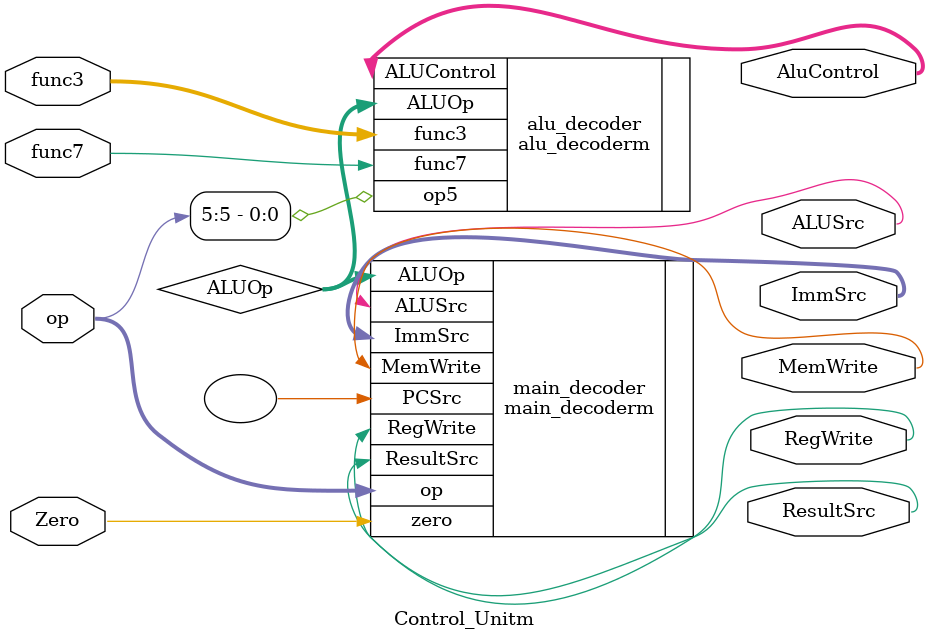
<source format=v>
`include "main_decoder.v"
`include "ALUDecoder.v"

module Control_Unitm( Zero, op, func3, func7, ResultSrc, MemWrite, ALUSrc, ImmSrc, RegWrite, AluControl );

 input Zero, func7 ;
 input [6:0] op ;
 input [2:0] func3 ;

 output ResultSrc, MemWrite, ALUSrc, RegWrite ;
 output [1:0] ImmSrc ; 
 output [2:0] AluControl ;

 wire [1:0] ALUOp;


    // instantaization of module
        main_decoderm main_decoder(
            .op(op), 
            .zero(Zero), 
            .PCSrc(), 
            .ResultSrc(ResultSrc), 
            .MemWrite(MemWrite), 
            .ALUSrc(ALUSrc), 
            .ImmSrc(ImmSrc), 
            .RegWrite(RegWrite), 
            .ALUOp(ALUOp)
            );
    // instantization of module alucontrol
        alu_decoderm alu_decoder(  
            .ALUOp(ALUOp), 
            .op5(op[5]),
            .func3(func3), 
            .func7(func7), 
            .ALUControl(AluControl)
            );

endmodule
</source>
